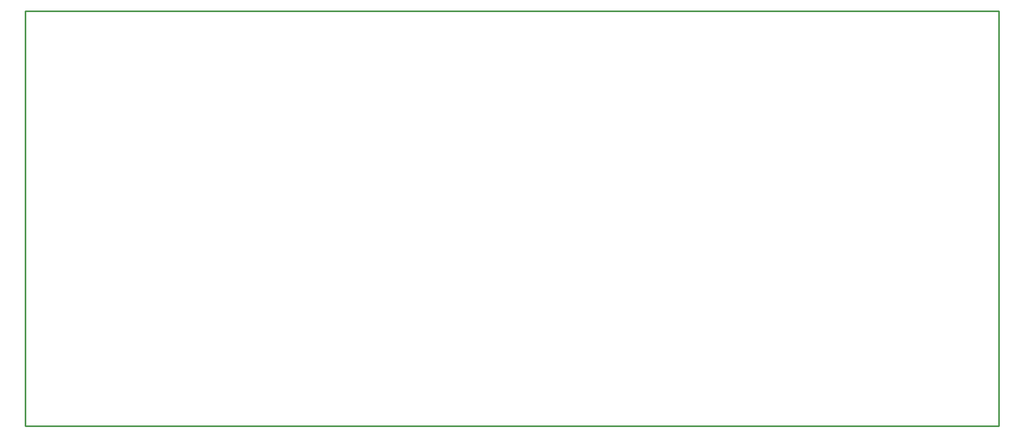
<source format=gko>
G04 Layer: BoardOutlineLayer*
G04 EasyEDA v6.5.22, 2022-12-24 17:29:58*
G04 e378571d72874c3dbad289936ee8c248,b6e8962e620740079bb188d2402746ea,10*
G04 Gerber Generator version 0.2*
G04 Scale: 100 percent, Rotated: No, Reflected: No *
G04 Dimensions in inches *
G04 leading zeros omitted , absolute positions ,3 integer and 6 decimal *
%FSLAX36Y36*%
%MOIN*%

%ADD10C,0.0100*%
D10*
X275599Y2716500D02*
G01*
X6450000Y2716500D01*
X6450000Y85000D01*
X275599Y85000D01*
X275599Y2716500D01*

%LPD*%
M02*

</source>
